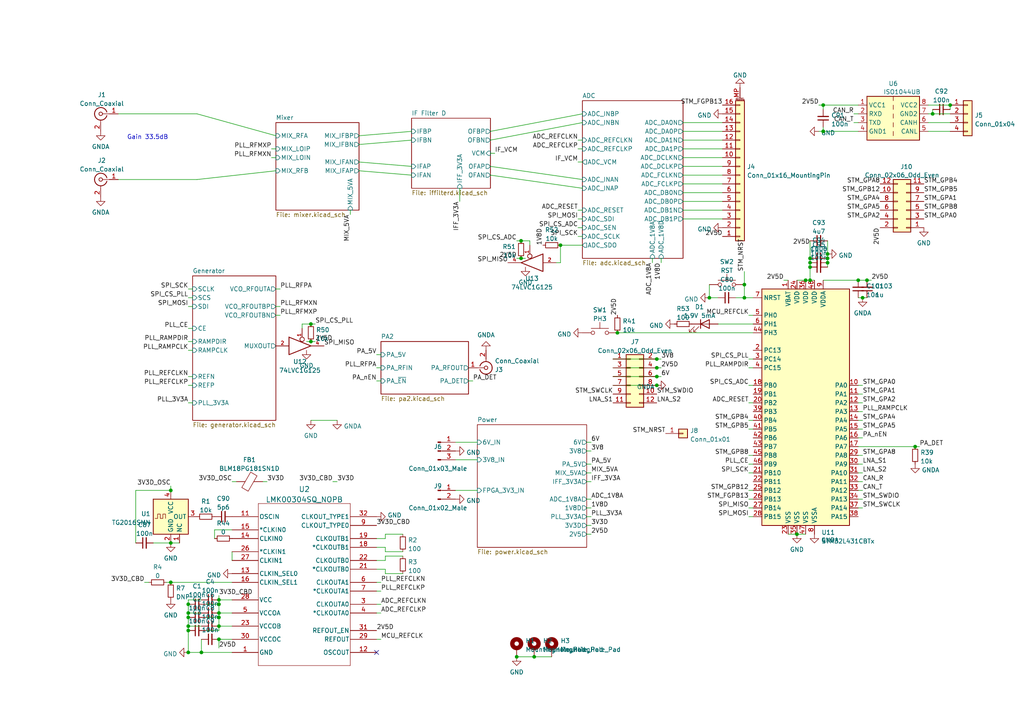
<source format=kicad_sch>
(kicad_sch (version 20211123) (generator eeschema)
  (paper "A4")
  (junction (at 234.95 76.2))
  (junction (at 250.19 86.36))
  (junction (at 215.9 86.36))
  (junction (at 190.5 109.22))
  (junction (at 326.39 176.53))
  (junction (at 49.53 142.24))
  (junction (at 54.61 175.26))
  (junction (at 234.95 77.47))
  (junction (at 54.61 189.23))
  (junction (at 265.43 129.54))
  (junction (at 54.61 177.8))
  (junction (at 63.5 185.42))
  (junction (at 251.46 81.28))
  (junction (at 238.76 38.1))
  (junction (at 63.5 177.8))
  (junction (at 49.53 168.91))
  (junction (at 336.55 138.43))
  (junction (at 270.51 33.02))
  (junction (at 248.92 81.28))
  (junction (at 233.68 81.28))
  (junction (at 149.86 190.5))
  (junction (at 234.95 74.93))
  (junction (at 58.42 189.23))
  (junction (at 231.14 154.94))
  (junction (at 344.17 161.29))
  (junction (at 331.47 176.53))
  (junction (at 234.95 81.28))
  (junction (at 162.56 71.12))
  (junction (at 151.13 74.93))
  (junction (at 328.93 176.53))
  (junction (at 63.5 179.07))
  (junction (at 205.74 86.36))
  (junction (at 238.76 30.48))
  (junction (at 63.5 181.61))
  (junction (at 63.5 173.99))
  (junction (at 313.69 163.83))
  (junction (at 321.31 138.43))
  (junction (at 240.03 74.93))
  (junction (at 151.13 69.85))
  (junction (at 326.39 143.51))
  (junction (at 190.5 106.68))
  (junction (at 90.17 99.06))
  (junction (at 54.61 181.61))
  (junction (at 215.9 82.55))
  (junction (at 326.39 130.81))
  (junction (at 49.53 157.48))
  (junction (at 328.93 143.51))
  (junction (at 54.61 182.88))
  (junction (at 179.07 96.52))
  (junction (at 63.5 175.26))
  (junction (at 313.69 161.29))
  (junction (at 240.03 73.66))
  (junction (at 190.5 111.76))
  (junction (at 240.03 76.2))
  (junction (at 54.61 179.07))
  (junction (at 154.94 190.5))
  (junction (at 275.59 30.48))
  (junction (at 90.17 93.98))
  (junction (at 344.17 163.83))
  (junction (at 328.93 130.81))
  (junction (at 190.5 104.14))
  (no_connect (at 109.22 189.23))
  (wire (pts (xy 90.17 99.06) (xy 88.9 99.06)))
  (wire (pts (xy 39.37 142.24) (xy 49.53 142.24)))
  (wire (pts (xy 59.69 175.26) (xy 63.5 175.26)))
  (wire (pts (xy 167.64 40.64) (xy 168.91 40.64)))
  (wire (pts (xy 237.49 30.48) (xy 238.76 30.48)))
  (wire (pts (xy 111.76 158.75) (xy 111.76 160.02)))
  (wire (pts (xy 153.67 69.85) (xy 153.67 71.12)))
  (wire (pts (xy 58.42 173.99) (xy 54.61 173.99)))
  (wire (pts (xy 91.44 93.98) (xy 90.17 93.98)))
  (wire (pts (xy 54.61 182.88) (xy 54.61 189.23)))
  (wire (pts (xy 321.31 138.43) (xy 321.31 143.51)))
  (wire (pts (xy 177.8 111.76) (xy 190.5 111.76)))
  (wire (pts (xy 191.77 74.93) (xy 191.77 76.2)))
  (wire (pts (xy 132.08 142.24) (xy 138.43 142.24)))
  (wire (pts (xy 111.76 165.1) (xy 111.76 166.37)))
  (wire (pts (xy 167.64 43.18) (xy 168.91 43.18)))
  (wire (pts (xy 248.92 119.38) (xy 250.19 119.38)))
  (wire (pts (xy 250.19 86.36) (xy 251.46 86.36)))
  (wire (pts (xy 109.22 165.1) (xy 111.76 165.1)))
  (wire (pts (xy 167.64 66.04) (xy 168.91 66.04)))
  (wire (pts (xy 313.69 158.75) (xy 313.69 161.29)))
  (wire (pts (xy 54.61 116.84) (xy 55.88 116.84)))
  (wire (pts (xy 133.35 54.61) (xy 133.35 58.42)))
  (wire (pts (xy 248.92 86.36) (xy 250.19 86.36)))
  (wire (pts (xy 248.92 134.62) (xy 250.19 134.62)))
  (wire (pts (xy 111.76 161.29) (xy 116.84 161.29)))
  (wire (pts (xy 248.92 121.92) (xy 250.19 121.92)))
  (wire (pts (xy 49.53 168.91) (xy 67.31 168.91)))
  (wire (pts (xy 248.92 114.3) (xy 250.19 114.3)))
  (wire (pts (xy 78.74 43.18) (xy 80.01 43.18)))
  (wire (pts (xy 205.74 82.55) (xy 205.74 86.36)))
  (wire (pts (xy 238.76 30.48) (xy 238.76 31.75)))
  (wire (pts (xy 233.68 81.28) (xy 234.95 81.28)))
  (wire (pts (xy 234.95 77.47) (xy 234.95 76.2)))
  (wire (pts (xy 248.92 147.32) (xy 250.19 147.32)))
  (wire (pts (xy 321.31 130.81) (xy 321.31 138.43)))
  (wire (pts (xy 209.55 53.34) (xy 198.12 53.34)))
  (wire (pts (xy 179.07 96.52) (xy 218.44 96.52)))
  (wire (pts (xy 190.5 104.14) (xy 191.77 104.14)))
  (wire (pts (xy 231.14 154.94) (xy 233.68 154.94)))
  (wire (pts (xy 250.19 111.76) (xy 248.92 111.76)))
  (wire (pts (xy 328.93 143.51) (xy 326.39 143.51)))
  (wire (pts (xy 109.22 106.68) (xy 110.49 106.68)))
  (wire (pts (xy 167.64 60.96) (xy 168.91 60.96)))
  (wire (pts (xy 217.17 106.68) (xy 218.44 106.68)))
  (wire (pts (xy 67.31 160.02) (xy 67.31 162.56)))
  (wire (pts (xy 58.42 189.23) (xy 67.31 189.23)))
  (wire (pts (xy 247.65 35.56) (xy 248.92 35.56)))
  (wire (pts (xy 209.55 50.8) (xy 198.12 50.8)))
  (wire (pts (xy 231.14 81.28) (xy 233.68 81.28)))
  (wire (pts (xy 217.17 149.86) (xy 218.44 149.86)))
  (wire (pts (xy 104.14 49.53) (xy 119.38 50.8)))
  (wire (pts (xy 250.19 132.08) (xy 248.92 132.08)))
  (wire (pts (xy 54.61 179.07) (xy 54.61 181.61)))
  (wire (pts (xy 240.03 76.2) (xy 240.03 77.47)))
  (wire (pts (xy 275.59 35.56) (xy 269.24 35.56)))
  (wire (pts (xy 162.56 71.12) (xy 162.56 76.2)))
  (wire (pts (xy 170.18 149.86) (xy 171.45 149.86)))
  (wire (pts (xy 238.76 38.1) (xy 248.92 38.1)))
  (wire (pts (xy 208.28 86.36) (xy 205.74 86.36)))
  (wire (pts (xy 54.61 181.61) (xy 58.42 181.61)))
  (wire (pts (xy 240.03 73.66) (xy 240.03 74.93)))
  (wire (pts (xy 91.44 99.06) (xy 90.17 99.06)))
  (wire (pts (xy 328.93 177.8) (xy 328.93 176.53)))
  (wire (pts (xy 177.8 106.68) (xy 190.5 106.68)))
  (wire (pts (xy 87.63 93.98) (xy 87.63 95.25)))
  (wire (pts (xy 110.49 175.26) (xy 109.22 175.26)))
  (wire (pts (xy 58.42 185.42) (xy 58.42 189.23)))
  (wire (pts (xy 217.17 147.32) (xy 218.44 147.32)))
  (wire (pts (xy 248.92 124.46) (xy 250.19 124.46)))
  (wire (pts (xy 63.5 179.07) (xy 63.5 177.8)))
  (wire (pts (xy 275.59 30.48) (xy 269.24 30.48)))
  (wire (pts (xy 41.91 168.91) (xy 43.18 168.91)))
  (wire (pts (xy 62.23 153.67) (xy 62.23 156.21)))
  (wire (pts (xy 170.18 130.81) (xy 171.45 130.81)))
  (wire (pts (xy 328.93 176.53) (xy 331.47 176.53)))
  (wire (pts (xy 251.46 81.28) (xy 252.73 81.28)))
  (wire (pts (xy 344.17 161.29) (xy 344.17 163.83)))
  (wire (pts (xy 109.22 158.75) (xy 111.76 158.75)))
  (wire (pts (xy 209.55 63.5) (xy 198.12 63.5)))
  (wire (pts (xy 248.92 144.78) (xy 250.19 144.78)))
  (wire (pts (xy 190.5 109.22) (xy 191.77 109.22)))
  (wire (pts (xy 57.15 33.02) (xy 80.01 39.37)))
  (wire (pts (xy 270.51 33.02) (xy 269.24 33.02)))
  (wire (pts (xy 170.18 144.78) (xy 171.45 144.78)))
  (wire (pts (xy 217.17 142.24) (xy 218.44 142.24)))
  (wire (pts (xy 109.22 102.87) (xy 110.49 102.87)))
  (wire (pts (xy 104.14 46.99) (xy 119.38 48.26)))
  (wire (pts (xy 67.31 153.67) (xy 62.23 153.67)))
  (wire (pts (xy 111.76 160.02) (xy 116.84 160.02)))
  (wire (pts (xy 248.92 127) (xy 250.19 127)))
  (wire (pts (xy 209.55 40.64) (xy 198.12 40.64)))
  (wire (pts (xy 96.52 139.7) (xy 97.79 139.7)))
  (wire (pts (xy 59.69 179.07) (xy 63.5 179.07)))
  (wire (pts (xy 215.9 82.55) (xy 215.9 78.74)))
  (wire (pts (xy 54.61 177.8) (xy 58.42 177.8)))
  (wire (pts (xy 217.17 124.46) (xy 218.44 124.46)))
  (wire (pts (xy 132.08 133.35) (xy 138.43 133.35)))
  (wire (pts (xy 54.61 109.22) (xy 55.88 109.22)))
  (wire (pts (xy 90.17 121.92) (xy 97.79 121.92)))
  (wire (pts (xy 63.5 172.72) (xy 63.5 173.99)))
  (wire (pts (xy 54.61 175.26) (xy 54.61 177.8)))
  (wire (pts (xy 54.61 101.6) (xy 55.88 101.6)))
  (wire (pts (xy 63.5 185.42) (xy 67.31 185.42)))
  (wire (pts (xy 209.55 48.26) (xy 198.12 48.26)))
  (wire (pts (xy 275.59 38.1) (xy 269.24 38.1)))
  (wire (pts (xy 67.31 139.7) (xy 68.58 139.7)))
  (wire (pts (xy 326.39 130.81) (xy 321.31 130.81)))
  (wire (pts (xy 34.29 33.02) (xy 57.15 33.02)))
  (wire (pts (xy 270.51 31.75) (xy 270.51 33.02)))
  (wire (pts (xy 101.6 60.96) (xy 101.6 62.23)))
  (wire (pts (xy 80.01 83.82) (xy 81.28 83.82)))
  (wire (pts (xy 167.64 63.5) (xy 168.91 63.5)))
  (wire (pts (xy 110.49 185.42) (xy 109.22 185.42)))
  (wire (pts (xy 234.95 81.28) (xy 236.22 81.28)))
  (wire (pts (xy 49.53 140.97) (xy 49.53 142.24)))
  (wire (pts (xy 170.18 147.32) (xy 171.45 147.32)))
  (wire (pts (xy 49.53 157.48) (xy 52.07 157.48)))
  (wire (pts (xy 328.93 130.81) (xy 336.55 130.81)))
  (wire (pts (xy 49.53 168.91) (xy 48.26 168.91)))
  (wire (pts (xy 63.5 187.96) (xy 63.5 185.42)))
  (wire (pts (xy 149.86 69.85) (xy 151.13 69.85)))
  (wire (pts (xy 208.28 93.98) (xy 218.44 93.98)))
  (wire (pts (xy 238.76 81.28) (xy 248.92 81.28)))
  (wire (pts (xy 57.15 52.07) (xy 80.01 49.53)))
  (wire (pts (xy 132.08 128.27) (xy 138.43 128.27)))
  (wire (pts (xy 238.76 36.83) (xy 238.76 38.1)))
  (wire (pts (xy 39.37 157.48) (xy 39.37 142.24)))
  (wire (pts (xy 170.18 152.4) (xy 171.45 152.4)))
  (wire (pts (xy 54.61 83.82) (xy 55.88 83.82)))
  (wire (pts (xy 142.24 38.1) (xy 168.91 33.02)))
  (wire (pts (xy 109.22 156.21) (xy 111.76 156.21)))
  (wire (pts (xy 78.74 45.72) (xy 80.01 45.72)))
  (wire (pts (xy 67.31 177.8) (xy 63.5 177.8)))
  (wire (pts (xy 217.17 132.08) (xy 218.44 132.08)))
  (wire (pts (xy 44.45 157.48) (xy 49.53 157.48)))
  (wire (pts (xy 104.14 39.37) (xy 119.38 38.1)))
  (wire (pts (xy 240.03 69.85) (xy 240.03 73.66)))
  (wire (pts (xy 54.61 173.99) (xy 54.61 175.26)))
  (wire (pts (xy 54.61 181.61) (xy 54.61 182.88)))
  (wire (pts (xy 142.24 40.64) (xy 168.91 35.56)))
  (wire (pts (xy 248.92 142.24) (xy 250.19 142.24)))
  (wire (pts (xy 142.24 48.26) (xy 168.91 52.07)))
  (wire (pts (xy 190.5 106.68) (xy 191.77 106.68)))
  (wire (pts (xy 54.61 95.25) (xy 55.88 95.25)))
  (wire (pts (xy 217.17 116.84) (xy 218.44 116.84)))
  (wire (pts (xy 177.8 104.14) (xy 190.5 104.14)))
  (wire (pts (xy 63.5 173.99) (xy 67.31 173.99)))
  (wire (pts (xy 209.55 45.72) (xy 198.12 45.72)))
  (wire (pts (xy 168.91 71.12) (xy 162.56 71.12)))
  (wire (pts (xy 109.22 110.49) (xy 110.49 110.49)))
  (wire (pts (xy 54.61 86.36) (xy 55.88 86.36)))
  (wire (pts (xy 344.17 163.83) (xy 344.17 176.53)))
  (wire (pts (xy 149.86 190.5) (xy 154.94 190.5)))
  (wire (pts (xy 54.61 99.06) (xy 55.88 99.06)))
  (wire (pts (xy 217.17 91.44) (xy 218.44 91.44)))
  (wire (pts (xy 63.5 177.8) (xy 63.5 175.26)))
  (wire (pts (xy 104.14 41.91) (xy 119.38 40.64)))
  (wire (pts (xy 234.95 81.28) (xy 234.95 77.47)))
  (wire (pts (xy 234.95 76.2) (xy 234.95 74.93)))
  (wire (pts (xy 209.55 60.96) (xy 198.12 60.96)))
  (wire (pts (xy 275.59 33.02) (xy 270.51 33.02)))
  (wire (pts (xy 110.49 168.91) (xy 109.22 168.91)))
  (wire (pts (xy 154.94 190.5) (xy 160.02 190.5)))
  (wire (pts (xy 80.01 91.44) (xy 81.28 91.44)))
  (wire (pts (xy 67.31 181.61) (xy 63.5 181.61)))
  (wire (pts (xy 247.65 33.02) (xy 248.92 33.02)))
  (wire (pts (xy 240.03 74.93) (xy 240.03 76.2)))
  (wire (pts (xy 215.9 86.36) (xy 218.44 86.36)))
  (wire (pts (xy 189.23 74.93) (xy 189.23 76.2)))
  (wire (pts (xy 326.39 176.53) (xy 328.93 176.53)))
  (wire (pts (xy 313.69 163.83) (xy 313.69 176.53)))
  (wire (pts (xy 218.44 134.62) (xy 217.17 134.62)))
  (wire (pts (xy 213.36 86.36) (xy 215.9 86.36)))
  (wire (pts (xy 161.29 76.2) (xy 162.56 76.2)))
  (wire (pts (xy 54.61 88.9) (xy 55.88 88.9)))
  (wire (pts (xy 336.55 138.43) (xy 336.55 143.51)))
  (wire (pts (xy 321.31 143.51) (xy 326.39 143.51)))
  (wire (pts (xy 218.44 104.14) (xy 217.17 104.14)))
  (wire (pts (xy 80.01 88.9) (xy 81.28 88.9)))
  (wire (pts (xy 111.76 154.94) (xy 116.84 154.94)))
  (wire (pts (xy 142.24 50.8) (xy 168.91 54.61)))
  (wire (pts (xy 326.39 130.81) (xy 328.93 130.81)))
  (wire (pts (xy 54.61 177.8) (xy 54.61 179.07)))
  (wire (pts (xy 209.55 35.56) (xy 198.12 35.56)))
  (wire (pts (xy 209.55 58.42) (xy 198.12 58.42)))
  (wire (pts (xy 111.76 162.56) (xy 111.76 161.29)))
  (wire (pts (xy 142.24 44.45) (xy 143.51 44.45)))
  (wire (pts (xy 170.18 134.62) (xy 171.45 134.62)))
  (wire (pts (xy 111.76 156.21) (xy 111.76 154.94)))
  (wire (pts (xy 265.43 129.54) (xy 248.92 129.54)))
  (wire (pts (xy 266.7 129.54) (xy 265.43 129.54)))
  (wire (pts (xy 109.22 162.56) (xy 111.76 162.56)))
  (wire (pts (xy 111.76 166.37) (xy 116.84 166.37)))
  (wire (pts (xy 248.92 81.28) (xy 251.46 81.28)))
  (wire (pts (xy 209.55 43.18) (xy 198.12 43.18)))
  (wire (pts (xy 237.49 38.1) (xy 238.76 38.1)))
  (wire (pts (xy 313.69 161.29) (xy 313.69 163.83)))
  (wire (pts (xy 151.13 69.85) (xy 153.67 69.85)))
  (wire (pts (xy 110.49 171.45) (xy 109.22 171.45)))
  (wire (pts (xy 248.92 139.7) (xy 250.19 139.7)))
  (wire (pts (xy 170.18 128.27) (xy 171.45 128.27)))
  (wire (pts (xy 313.69 176.53) (xy 326.39 176.53)))
  (wire (pts (xy 110.49 177.8) (xy 109.22 177.8)))
  (wire (pts (xy 90.17 93.98) (xy 87.63 93.98)))
  (wire (pts (xy 170.18 154.94) (xy 171.45 154.94)))
  (wire (pts (xy 228.6 154.94) (xy 231.14 154.94)))
  (wire (pts (xy 151.13 74.93) (xy 152.4 74.93)))
  (wire (pts (xy 215.9 86.36) (xy 215.9 82.55)))
  (wire (pts (xy 149.86 74.93) (xy 151.13 74.93)))
  (wire (pts (xy 218.44 111.76) (xy 217.17 111.76)))
  (wire (pts (xy 63.5 181.61) (xy 63.5 179.07)))
  (wire (pts (xy 167.64 46.99) (xy 168.91 46.99)))
  (wire (pts (xy 34.29 52.07) (xy 57.15 52.07)))
  (wire (pts (xy 217.17 121.92) (xy 218.44 121.92)))
  (wire (pts (xy 170.18 139.7) (xy 171.45 139.7)))
  (wire (pts (xy 77.47 139.7) (xy 76.2 139.7)))
  (wire (pts (xy 227.33 81.28) (xy 228.6 81.28)))
  (wire (pts (xy 217.17 144.78) (xy 218.44 144.78)))
  (wire (pts (xy 209.55 55.88) (xy 198.12 55.88)))
  (wire (pts (xy 217.17 137.16) (xy 218.44 137.16)))
  (wire (pts (xy 170.18 137.16) (xy 171.45 137.16)))
  (wire (pts (xy 248.92 137.16) (xy 250.19 137.16)))
  (wire (pts (xy 63.5 182.88) (xy 63.5 181.61)))
  (wire (pts (xy 336.55 130.81) (xy 336.55 138.43)))
  (wire (pts (xy 275.59 30.48) (xy 275.59 31.75)))
  (wire (pts (xy 54.61 189.23) (xy 58.42 189.23)))
  (wire (pts (xy 250.19 116.84) (xy 248.92 116.84)))
  (wire (pts (xy 177.8 109.22) (xy 190.5 109.22)))
  (wire (pts (xy 135.89 110.49) (xy 137.16 110.49)))
  (wire (pts (xy 336.55 143.51) (xy 328.93 143.51)))
  (wire (pts (xy 54.61 111.76) (xy 55.88 111.76)))
  (wire (pts (xy 63.5 175.26) (xy 63.5 173.99)))
  (wire (pts (xy 331.47 176.53) (xy 344.17 176.53)))
  (wire (pts (xy 234.95 69.85) (xy 234.95 74.93)))
  (wire (pts (xy 209.55 38.1) (xy 198.12 38.1)))
  (wire (pts (xy 59.69 182.88) (xy 63.5 182.88)))
  (wire (pts (xy 167.64 68.58) (xy 168.91 68.58)))
  (wire (pts (xy 238.76 30.48) (xy 248.92 30.48)))
  (wire (pts (xy 344.17 158.75) (xy 344.17 161.29)))
  (text "Gain 33.5dB" (at 36.83 40.64 0) (effects (font (size 1.27 1.27)) (justify left bottom)))
  (label "STM_GPA8" (at 250.19 132.08 0))
  (label "MIX_5VA" (at 171.45 137.16 0))
  (label "PLL_RAMPCLK" (at 250.19 119.38 0))
  (label "SPI_MOSI" (at 217.17 149.86 180))
  (label "3V8" (at 191.77 104.14 0))
  (label "1V8D" (at 191.77 76.2 270))
  (label "CAN_T" (at 250.19 142.24 0))
  (label "PLL_RAMPDIR" (at 217.17 106.68 180))
  (label "1V8D" (at 171.45 147.32 0))
  (label "ADC_1V8A" (at 189.23 76.2 270))
  (label "3V3D_CBD" (at 63.5 172.72 0))
  (label "PLL_CE" (at 217.17 134.62 180))
  (label "PLL_REFCLKN" (at 54.61 109.22 180))
  (label "STM_GPA1" (at 267.97 58.42 0))
  (label "SPI_SCK" (at 167.64 68.58 180))
  (label "PLL_RFPA" (at 81.28 83.82 0))
  (label "2V5D" (at 255.27 66.04 270))
  (label "STM_GPA0" (at 267.97 63.5 0))
  (label "ADC_1V8A" (at 171.45 144.78 0))
  (label "3V3D_OSC" (at 67.31 139.7 180))
  (label "STM_GPA2" (at 250.19 116.84 0))
  (label "3V3D" (at 171.45 152.4 0))
  (label "MCU_REFCLK" (at 217.17 91.44 180))
  (label "STM_SWDIO" (at 250.19 144.78 0))
  (label "ADC_REFCLKP" (at 167.64 43.18 180))
  (label "SPI_MISO" (at 93.98 100.33 0))
  (label "PLL_RFMXP" (at 81.28 91.44 0))
  (label "3V3D" (at 97.79 139.7 0))
  (label "PLL_RFMXN" (at 78.74 45.72 180))
  (label "PLL_REFCLKP" (at 54.61 111.76 180))
  (label "2V5D" (at 252.73 81.28 0))
  (label "STM_NRST" (at 215.9 78.74 90))
  (label "3V3D_CBD" (at 96.52 139.7 180))
  (label "STM_GPB12" (at 255.27 55.88 180))
  (label "SPI_MISO" (at 217.17 147.32 180))
  (label "SPI_CS_ADC" (at 149.86 69.85 180))
  (label "STM_GPA1" (at 250.19 114.3 0))
  (label "PLL_CE" (at 54.61 95.25 180))
  (label "SPI_MOSI" (at 167.64 63.5 180))
  (label "STM_GPB5" (at 217.17 124.46 180))
  (label "2V5D" (at 149.86 74.93 180))
  (label "PLL_RFMXN" (at 81.28 88.9 0))
  (label "LNA_S2" (at 190.5 116.84 0))
  (label "ADC_REFCLKN" (at 110.49 175.26 0))
  (label "6V" (at 191.77 109.22 0))
  (label "SPI_CS_PLL" (at 217.17 104.14 180))
  (label "2V5D" (at 91.44 99.06 0))
  (label "2V5D" (at 171.45 154.94 0))
  (label "ADC_REFCLKN" (at 167.64 40.64 180))
  (label "PA_5V" (at 109.22 102.87 180))
  (label "STM_GPB8" (at 267.97 60.96 0))
  (label "STM_GPB8" (at 217.17 132.08 180))
  (label "STM_GPA5" (at 255.27 60.96 180))
  (label "STM_GPA4" (at 250.19 121.92 0))
  (label "PLL_3V3A" (at 54.61 116.84 180))
  (label "STM_GPB4" (at 217.17 121.92 180))
  (label "STM_GPB12" (at 217.17 142.24 180))
  (label "STM_GPB4" (at 267.97 53.34 0))
  (label "STM_SWCLK" (at 250.19 147.32 0))
  (label "STM_GPB5" (at 267.97 55.88 0))
  (label "SPI_CS_ADC" (at 167.64 66.04 180))
  (label "3V3D" (at 77.47 139.7 0))
  (label "SPI_MISO" (at 147.32 76.2 180))
  (label "PLL_RFMXP" (at 78.74 43.18 180))
  (label "3V3D_OSC" (at 49.53 140.97 180))
  (label "STM_GPA8" (at 255.27 53.34 180))
  (label "LNA_S1" (at 250.19 134.62 0))
  (label "2V5D" (at 109.22 182.88 0))
  (label "STM_GPA0" (at 250.19 111.76 0))
  (label "ADC_RESET" (at 217.17 116.84 180))
  (label "SPI_MOSI" (at 54.61 88.9 180))
  (label "MCU_REFCLK" (at 110.49 185.42 0))
  (label "STM_GPA4" (at 255.27 58.42 180))
  (label "ADC_REFCLKP" (at 110.49 177.8 0))
  (label "PA_nEN" (at 250.19 127 0))
  (label "PA_nEN" (at 109.22 110.49 180))
  (label "PA_DET" (at 137.16 110.49 0))
  (label "SPI_CS_PLL" (at 91.44 93.98 0))
  (label "2V5D" (at 227.33 81.28 180))
  (label "LNA_S2" (at 250.19 137.16 0))
  (label "STM_GPA2" (at 255.27 63.5 180))
  (label "CAN_R" (at 247.65 33.02 180))
  (label "SPI_CS_ADC" (at 217.17 111.76 180))
  (label "STM_GPA5" (at 250.19 124.46 0))
  (label "CAN_T" (at 247.65 35.56 180))
  (label "PA_5V" (at 171.45 134.62 0))
  (label "IF_VCM" (at 167.64 46.99 180))
  (label "IFF_3V3A" (at 133.35 58.42 270))
  (label "IF_VCM" (at 143.51 44.45 0))
  (label "2V5D" (at 237.49 30.48 180))
  (label "STM_SWCLK" (at 177.8 114.3 180))
  (label "SPI_CS_PLL" (at 54.61 86.36 180))
  (label "2V5D" (at 234.95 71.12 180))
  (label "STM_FGPB13" (at 209.55 30.48 180))
  (label "LNA_S1" (at 177.8 116.84 180))
  (label "2V5D" (at 209.55 68.58 180))
  (label "CAN_R" (at 250.19 139.7 0))
  (label "PLL_RFPA" (at 109.22 106.68 180))
  (label "IFF_3V3A" (at 171.45 139.7 0))
  (label "PLL_3V3A" (at 171.45 149.86 0))
  (label "STM_FGPB13" (at 217.17 144.78 180))
  (label "PLL_REFCLKN" (at 110.49 168.91 0))
  (label "ADC_RESET" (at 167.64 60.96 180))
  (label "2V5D" (at 191.77 106.68 0))
  (label "MIX_5VA" (at 101.6 62.23 270))
  (label "6V" (at 171.45 128.27 0))
  (label "1V8D" (at 157.48 71.12 90))
  (label "3V8" (at 171.45 130.81 0))
  (label "STM_SWDIO" (at 190.5 114.3 0))
  (label "PLL_RAMPDIR" (at 54.61 99.06 180))
  (label "STM_NRST" (at 193.04 125.73 180))
  (label "3V3D_CBD" (at 109.22 152.4 0))
  (label "SPI_SCK" (at 54.61 83.82 180))
  (label "3V3D_CBD" (at 41.91 168.91 180))
  (label "2V5D" (at 63.5 187.96 0))
  (label "PA_DET" (at 266.7 129.54 0))
  (label "2V5D" (at 179.07 91.44 90))
  (label "PLL_REFCLKP" (at 110.49 171.45 0))
  (label "PLL_RAMPCLK" (at 54.61 101.6 180))
  (label "SPI_SCK" (at 217.17 137.16 180))
  (symbol (lib_id "Mechanical:MountingHole_Pad") (at 149.86 187.96 0) (unit 1)
    (property "Reference" "H1" (at 152.4 185.8553 0) (effects (justify left)))
    (property "Value" "MountingHole_Pad" (at 152.4 188.3922 0) (effects (justify left)))
    (property "Footprint" "MountingHole:MountingHole_2.2mm_M2_ISO14580_Pad_TopBottom" (effects hide))
  )
  (symbol (lib_id "Device:C_Small") (at 64.77 149.86 90) (unit 1)
    (property "Reference" "C90" (at 64.7763 144.5981 90))
    (property "Value" "5p6" (at 64.7763 147.135 90))
    (property "Footprint" "Capacitor_SMD:C_0402_1005Metric" (effects hide))
  )
  (symbol (lib_id "Device:R_Small") (at 179.07 93.98 180) (unit 1)
    (property "Reference" "R41" (at 180.5686 93.1453 0) (effects (justify right)))
    (property "Value" "10k" (at 180.5686 95.6822 0) (effects (justify right)))
    (property "Footprint" "Resistor_SMD:R_0402_1005Metric" (effects hide))
  )
  (symbol (lib_id "power:GND") (at 132.08 144.78 90) (unit 1)
    (property "Reference" "#PWR0188" (effects hide))
    (property "Value" "GND" (at 135.255 145.2138 90) (effects (justify right)))
  )
  (symbol (lib_id "Device:LED") (at 204.47 93.98 0) (unit 1)
    (property "Reference" "D1" (at 202.8825 89.0102 0))
    (property "Value" "1.9V 5mA" (at 202.8825 91.5471 0))
    (property "Footprint" "LED_SMD:LED_0402_1005Metric" (effects hide))
  )
  (symbol (lib_id "power:GND") (at 209.55 33.02 270) (unit 1)
    (property "Reference" "#PWR0107" (effects hide))
    (property "Value" "GND" (at 206.3751 33.4538 90) (effects (justify right)))
  )
  (symbol (lib_id "74xGxx:74LVC1G125") (at 87.63 100.33 0) (unit 1)
    (property "Reference" "U12" (at 86.995 104.9004 0))
    (property "Value" "74LVC1G125" (at 86.995 107.4373 0))
    (property "Footprint" "Package_TO_SOT_SMD:SOT-353_SC-70-5" (effects hide))
    (property "Datasheet" "http://www.ti.com/lit/sg/scyt129e/scyt129e.pdf" (effects hide))
  )
  (symbol (lib_id "power:GNDA") (at 265.43 134.62 0) (unit 1)
    (property "Reference" "#PWR0183" (effects hide))
    (property "Value" "GNDA" (at 267.335 136.3238 0) (effects (justify left)))
  )
  (symbol (lib_id "power:GND") (at 49.53 157.48 0) (unit 1)
    (property "Reference" "#PWR0105" (effects hide))
    (property "Value" "GND" (at 49.53 161.9234 0))
  )
  (symbol (lib_id "power:GNDA") (at 140.97 101.6 0) (mirror x) (unit 1)
    (property "Reference" "#PWR0109" (effects hide))
    (property "Value" "GNDA" (at 140.97 97.1566 0))
  )
  (symbol (lib_id "Connector:Conn_01x03_Male") (at 127 130.81 0) (unit 1)
    (property "Reference" "J6" (at 127 129.54 0))
    (property "Value" "Conn_01x03_Male" (at 127 135.89 0))
    (property "Footprint" "Connector_PinHeader_2.54mm:PinHeader_1x03_P2.54mm_Vertical" (effects hide))
  )
  (symbol (lib_id "power:GNDA") (at 236.22 154.94 0) (unit 1)
    (property "Reference" "#PWR0113" (effects hide))
    (property "Value" "GNDA" (at 238.125 156.6438 0) (effects (justify left)))
  )
  (symbol (lib_id "Connector_Generic_MountingPin:Conn_01x16_MountingPin") (at 214.63 50.8 0) (mirror x) (unit 1)
    (property "Reference" "J4" (at 216.662 48.3397 0) (effects (justify left)))
    (property "Value" "Conn_01x16_MountingPin" (at 216.662 50.8766 0) (effects (justify left)))
    (property "Footprint" "Connector_FFC-FPC:TE_1-1734839-6_1x16-1MP_P0.5mm_Horizontal" (effects hide))
  )
  (symbol (lib_id "power:GND") (at 328.93 143.51 0) (unit 1)
    (property "Reference" "#PWR0145" (effects hide))
    (property "Value" "GND" (at 328.93 147.9534 0))
  )
  (symbol (lib_id "power:GNDA") (at 29.21 38.1 0) (unit 1)
    (property "Reference" "#PWR0102" (effects hide))
    (property "Value" "GNDA" (at 29.21 42.5434 0))
  )
  (symbol (lib_id "power:GND") (at 214.63 25.4 180) (unit 1)
    (property "Reference" "#PWR0115" (effects hide))
    (property "Value" "GND" (at 214.63 21.8242 0))
  )
  (symbol (lib_id "power:GND") (at 49.53 173.99 0) (unit 1)
    (property "Reference" "#PWR0149" (effects hide))
    (property "Value" "GND" (at 49.53 178.4334 0))
  )
  (symbol (lib_id "Device:R_Small") (at 45.72 168.91 90) (unit 1)
    (property "Reference" "R4" (at 45.72 164.4736 90))
    (property "Value" "0" (at 45.72 167.0105 90))
    (property "Footprint" "Resistor_SMD:R_0402_1005Metric" (effects hide))
  )
  (symbol (lib_id "power:GNDA") (at 97.79 121.92 0) (unit 1)
    (property "Reference" "#PWR0155" (effects hide))
    (property "Value" "GNDA" (at 99.695 123.6238 0) (effects (justify left)))
  )
  (symbol (lib_id "Device:C_Small") (at 41.91 157.48 90) (unit 1)
    (property "Reference" "C87" (at 41.9163 152.2181 90))
    (property "Value" "100n" (at 41.9163 154.755 90))
    (property "Footprint" "Capacitor_SMD:C_0402_1005Metric" (effects hide))
  )
  (symbol (lib_id "Device:C_Small") (at 237.49 77.47 90) (unit 1)
    (property "Reference" "C100" (at 237.4963 72.2081 90))
    (property "Value" "100n" (at 237.4963 74.745 90))
    (property "Footprint" "Capacitor_SMD:C_0402_1005Metric" (effects hide))
  )
  (symbol (lib_id "power:GND") (at 205.74 86.36 270) (unit 1)
    (property "Reference" "#PWR0187" (effects hide))
    (property "Value" "GND" (at 202.5651 86.7938 90) (effects (justify right)))
  )
  (symbol (lib_id "Device:C_Small") (at 57.15 179.07 90) (unit 1)
    (property "Reference" "C2" (at 57.1563 173.8081 90))
    (property "Value" "100n" (at 57.1563 176.345 90))
    (property "Footprint" "Capacitor_SMD:C_0402_1005Metric" (effects hide))
  )
  (symbol (lib_id "power:GND") (at 209.55 66.04 270) (unit 1)
    (property "Reference" "#PWR0128" (effects hide))
    (property "Value" "GND" (at 206.3751 66.4738 90) (effects (justify right)))
  )
  (symbol (lib_id "Device:R_Small") (at 265.43 132.08 0) (unit 1)
    (property "Reference" "R39" (at 266.9286 131.2453 0) (effects (justify left)))
    (property "Value" "10k" (at 266.9286 133.7822 0) (effects (justify left)))
    (property "Footprint" "Resistor_SMD:R_0402_1005Metric" (effects hide))
  )
  (symbol (lib_id "Device:C_Small") (at 60.96 177.8 90) (unit 1)
    (property "Reference" "C6" (at 60.9663 172.5381 90))
    (property "Value" "100n" (at 60.9663 175.075 90))
    (property "Footprint" "Capacitor_SMD:C_0402_1005Metric" (effects hide))
  )
  (symbol (lib_id "power:GND") (at 195.58 93.98 270) (unit 1)
    (property "Reference" "#PWR0180" (effects hide))
    (property "Value" "GND" (at 192.4051 94.4138 90) (effects (justify right)))
  )
  (symbol (lib_id "Device:C_Small") (at 237.49 76.2 90) (unit 1)
    (property "Reference" "C95" (at 237.4963 70.9381 90))
    (property "Value" "100n" (at 237.4963 73.475 90))
    (property "Footprint" "Capacitor_SMD:C_0402_1005Metric" (effects hide))
  )
  (symbol (lib_id "Connector_Generic:Conn_02x06_Odd_Even") (at 262.89 60.96 180) (unit 1)
    (property "Reference" "J10" (at 262.89 48.3702 0))
    (property "Value" "Conn_02x06_Odd_Even" (at 261.62 50.8 0))
    (property "Footprint" "Connector_PinHeader_1.00mm:PinHeader_2x06_P1.00mm_Vertical_SMD" (effects hide))
  )
  (symbol (lib_id "Device:C_Small") (at 273.05 31.75 270) (unit 1)
    (property "Reference" "C92" (at 273.0436 26.4881 90))
    (property "Value" "100n" (at 273.0436 29.025 90))
    (property "Footprint" "Capacitor_SMD:C_0402_1005Metric" (effects hide))
  )
  (symbol (lib_id "Connector:Conn_Coaxial") (at 140.97 106.68 0) (mirror x) (unit 1)
    (property "Reference" "J3" (at 143.51 107.2215 0) (effects (justify left)))
    (property "Value" "Conn_Coaxial" (at 143.51 104.6846 0) (effects (justify left)))
    (property "Footprint" "Connector_Coaxial:SMA_Amphenol_901-144_Vertical" (effects hide))
    (property "Datasheet" " ~" (effects hide))
  )
  (symbol (lib_id "Device:R_Small") (at 116.84 157.48 180) (unit 1)
    (property "Reference" "R2" (at 118.3386 156.6453 0) (effects (justify right)))
    (property "Value" "100" (at 118.3386 159.1822 0) (effects (justify right)))
    (property "Footprint" "Resistor_SMD:R_0402_1005Metric" (effects hide))
  )
  (symbol (lib_id "Device:R_Small") (at 59.69 149.86 90) (unit 1)
    (property "Reference" "R1" (at 59.69 145.4236 90))
    (property "Value" "10k" (at 59.69 147.9605 90))
    (property "Footprint" "Resistor_SMD:R_0402_1005Metric" (effects hide))
  )
  (symbol (lib_id "Device:R_Small") (at 64.77 156.21 90) (unit 1)
    (property "Reference" "R44" (at 64.77 151.7736 90))
    (property "Value" "0" (at 64.77 154.3105 90))
    (property "Footprint" "Resistor_SMD:R_0402_1005Metric" (effects hide))
  )
  (symbol (lib_id "SKY67189-396LF:SKY67189-396LF") (at 313.69 158.75 0) (unit 1)
    (property "Reference" "IC1" (at 328.93 152.561 0))
    (property "Value" "SKY67189-396LF" (at 328.93 155.0979 0))
    (property "Footprint" "Package_SON:WSON-8-1EP_2x2mm_P0.5mm_EP0.9x1.6mm" (effects hide))
    (property "Description" "RF Amplifier" (effects hide))
    (property "Height" "0.8" (effects hide))
    (property "Mouser Part Number" "873-SKY67189-396LF" (effects hide))
    (property "Mouser Price/Stock" "https://www.mouser.co.uk/ProductDetail/Skyworks-Solutions-Inc/SKY67189-396LF?qs=vmHwEFxEFR%252BwpGQU584Y7g%3D%3D" (effects hide))
    (property "Manufacturer_Name" "Skyworks" (effects hide))
    (property "Manufacturer_Part_Number" "SKY67189-396LF" (effects hide))
  )
  (symbol (lib_id "74xGxx:74LVC1G125") (at 153.67 76.2 0) (mirror y) (unit 1)
    (property "Reference" "U13" (at 154.305 80.7704 0))
    (property "Value" "74LVC1G125" (at 154.305 83.3073 0))
    (property "Footprint" "Package_TO_SOT_SMD:SOT-353_SC-70-5" (effects hide))
    (property "Datasheet" "http://www.ti.com/lit/sg/scyt129e/scyt129e.pdf" (effects hide))
  )
  (symbol (lib_id "Device:C_Small") (at 238.76 34.29 180) (unit 1)
    (property "Reference" "C91" (at 241.0841 33.4489 0) (effects (justify right)))
    (property "Value" "100n" (at 241.0841 35.9858 0) (effects (justify right)))
    (property "Footprint" "Capacitor_SMD:C_0402_1005Metric" (effects hide))
  )
  (symbol (lib_id "Device:C_Small") (at 57.15 182.88 90) (unit 1)
    (property "Reference" "C3" (at 57.1563 177.6181 90))
    (property "Value" "100n" (at 57.1563 180.155 90))
    (property "Footprint" "Capacitor_SMD:C_0402_1005Metric" (effects hide))
  )
  (symbol (lib_id "power:GND") (at 152.4 77.47 0) (mirror y) (unit 1)
    (property "Reference" "#PWR0186" (effects hide))
    (property "Value" "GND" (at 152.4 81.9134 0))
  )
  (symbol (lib_id "Device:C_Small") (at 60.96 181.61 90) (unit 1)
    (property "Reference" "C8" (at 60.9663 176.3481 90))
    (property "Value" "100n" (at 60.9663 178.885 90))
    (property "Footprint" "Capacitor_SMD:C_0402_1005Metric" (effects hide))
  )
  (symbol (lib_id "Connector_Generic:Conn_01x04") (at 280.67 33.02 0) (unit 1)
    (property "Reference" "J5" (at 282.702 33.4553 0) (effects (justify left)))
    (property "Value" "Conn_01x04" (at 282.702 35.9922 0) (effects (justify left)))
    (property "Footprint" "Connector_PinHeader_1.27mm:PinHeader_1x04_P1.27mm_Vertical" (effects hide))
  )
  (symbol (lib_id "Device:C_Small") (at 60.96 185.42 90) (unit 1)
    (property "Reference" "C9" (at 60.9663 180.1581 90))
    (property "Value" "100n" (at 60.9663 182.695 90))
    (property "Footprint" "Capacitor_SMD:C_0402_1005Metric" (effects hide))
  )
  (symbol (lib_id "power:GND") (at 240.03 73.66 90) (unit 1)
    (property "Reference" "#PWR0173" (effects hide))
    (property "Value" "GND" (at 243.205 74.0938 90) (effects (justify right)))
  )
  (symbol (lib_id "Connector:Conn_Coaxial") (at 29.21 52.07 0) (mirror y) (unit 1)
    (property "Reference" "J2" (at 29.5274 46.5436 0))
    (property "Value" "Conn_Coaxial" (at 29.5274 49.0805 0))
    (property "Footprint" "Connector_Coaxial:SMA_Amphenol_901-144_Vertical" (effects hide))
    (property "Datasheet" " ~" (effects hide))
  )
  (symbol (lib_id "Device:R_Small") (at 116.84 163.83 180) (unit 1)
    (property "Reference" "R3" (at 118.3386 162.9953 0) (effects (justify right)))
    (property "Value" "100" (at 118.3386 165.5322 0) (effects (justify right)))
    (property "Footprint" "Resistor_SMD:R_0402_1005Metric" (effects hide))
  )
  (symbol (lib_id "power:GND") (at 109.22 149.86 90) (mirror x) (unit 1)
    (property "Reference" "#PWR0106" (effects hide))
    (property "Value" "GND" (at 112.395 149.4262 90) (effects (justify right)))
  )
  (symbol (lib_id "power:GND") (at 54.61 189.23 270) (unit 1)
    (property "Reference" "#PWR0104" (effects hide))
    (property "Value" "GND" (at 51.4351 189.6638 90) (effects (justify right)))
  )
  (symbol (lib_id "power:GND") (at 149.86 190.5 0) (unit 1)
    (property "Reference" "#PWR0114" (effects hide))
    (property "Value" "GND" (at 149.86 194.9434 0))
  )
  (symbol (lib_id "Device:C_Small") (at 251.46 83.82 180) (unit 1)
    (property "Reference" "C103" (at 253.7841 82.9789 0) (effects (justify right)))
    (property "Value" "1u" (at 253.7841 85.5158 0) (effects (justify right)))
    (property "Footprint" "Capacitor_SMD:C_0402_1005Metric" (effects hide))
  )
  (symbol (lib_id "Mechanical:MountingHole_Pad") (at 154.94 187.96 0) (unit 1)
    (property "Reference" "H2" (at 157.48 185.8553 0) (effects (justify left)))
    (property "Value" "MountingHole_Pad" (at 157.48 188.3922 0) (effects (justify left)))
    (property "Footprint" "MountingHole:MountingHole_2.2mm_M2_ISO14580_Pad_TopBottom" (effects hide))
  )
  (symbol (lib_id "Device:R_Small") (at 90.17 96.52 180) (unit 1)
    (property "Reference" "R50" (at 91.6686 95.6853 0) (effects (justify right)))
    (property "Value" "10k" (at 91.6686 98.2222 0) (effects (justify right)))
    (property "Footprint" "Resistor_SMD:R_0402_1005Metric" (effects hide))
  )
  (symbol (lib_id "Device:C_Small") (at 57.15 175.26 90) (unit 1)
    (property "Reference" "C1" (at 57.1563 169.9981 90))
    (property "Value" "100n" (at 57.1563 172.535 90))
    (property "Footprint" "Capacitor_SMD:C_0402_1005Metric" (effects hide))
  )
  (symbol (lib_id "power:GND") (at 132.08 130.81 90) (unit 1)
    (property "Reference" "#PWR0117" (effects hide))
    (property "Value" "GND" (at 135.255 131.2438 90) (effects (justify right)))
  )
  (symbol (lib_id "MCU_ST_STM32L4:STM32L431CBTx") (at 233.68 116.84 0) (unit 1)
    (property "Reference" "U11" (at 238.2394 154.4304 0) (effects (justify left)))
    (property "Value" "STM32L431CBTx" (at 238.2394 156.9673 0) (effects (justify left)))
    (property "Footprint" "Package_QFP:LQFP-48_7x7mm_P0.5mm" (effects hide))
    (property "Datasheet" "http://www.st.com/st-web-ui/static/active/en/resource/technical/document/datasheet/DM00257211.pdf" (effects hide))
  )
  (symbol (lib_id "power:GNDA") (at 29.21 57.15 0) (unit 1)
    (property "Reference" "#PWR0103" (effects hide))
    (property "Value" "GNDA" (at 29.21 61.5934 0))
  )
  (symbol (lib_id "power:GND") (at 90.17 121.92 0) (unit 1)
    (property "Reference" "#PWR0153" (effects hide))
    (property "Value" "GND" (at 90.17 126.3634 0))
  )
  (symbol (lib_id "Device:R_Small") (at 198.12 93.98 270) (unit 1)
    (property "Reference" "R53" (at 198.12 89.5436 90))
    (property "Value" "100" (at 198.12 92.0805 90))
    (property "Footprint" "Resistor_SMD:R_0402_1005Metric" (effects hide))
  )
  (symbol (lib_id "LMK00304:LMK00304SQ_NOPB") (at 67.31 149.86 0) (unit 1)
    (property "Reference" "U2" (at 88.265 141.9024 0) (effects (font (size 1.524 1.524))))
    (property "Value" "LMK00304SQ_NOPB" (at 88.265 144.8958 0) (effects (font (size 1.524 1.524))))
    (property "Footprint" "Package_DFN_QFN:WQFN-32-1EP_5x5mm_P0.5mm_EP3.1x3.1mm" (effects hide))
    (property "Datasheet" "LMK00304SQ_NOPB" (effects hide))
  )
  (symbol (lib_id "Connector_Generic:Conn_01x01") (at 198.12 125.73 0) (unit 1)
    (property "Reference" "J8" (at 200.152 124.8953 0) (effects (justify left)))
    (property "Value" "Conn_01x01" (at 200.152 127.4322 0) (effects (justify left)))
    (property "Footprint" "Connector_PinSocket_2.54mm:PinSocket_1x01_P2.54mm_Vertical" (effects hide))
  )
  (symbol (lib_id "power:GND") (at 267.97 66.04 0) (unit 1)
    (property "Reference" "#PWR0189" (effects hide))
    (property "Value" "GND" (at 267.97 70.4834 0))
  )
  (symbol (lib_id "TG2520SMN:TG2520SMN") (at 49.53 149.86 0) (unit 1)
    (property "Reference" "U1" (at 43.6881 149.0253 0) (effects (justify right)))
    (property "Value" "TG2016SMN" (at 43.6881 151.5622 0) (effects (justify right)))
    (property "Footprint" "TG2016SMN:TG2016SMN480000MECGNNM0" (effects hide))
  )
  (symbol (lib_id "power:GND") (at 168.91 96.52 270) (unit 1)
    (property "Reference" "#PWR0184" (effects hide))
    (property "Value" "GND" (at 165.7351 96.9538 90) (effects (justify right)))
  )
  (symbol (lib_id "power:GND") (at 67.31 166.37 270) (unit 1)
    (property "Reference" "#PWR0101" (effects hide))
    (property "Value" "GND" (at 64.1351 166.8038 90) (effects (justify right)))
  )
  (symbol (lib_id "power:GNDA") (at 250.19 86.36 0) (unit 1)
    (property "Reference" "#PWR0174" (effects hide))
    (property "Value" "GNDA" (at 250.19 90.8034 0))
  )
  (symbol (lib_id "power:GND") (at 237.49 38.1 270) (unit 1)
    (property "Reference" "#PWR0110" (effects hide))
    (property "Value" "GND" (at 238.125 38.5338 90) (effects (justify left)))
  )
  (symbol (lib_id "Device:FerriteBead") (at 72.39 139.7 90) (unit 1)
    (property "Reference" "FB1" (at 72.3392 133.3586 90))
    (property "Value" "BLM18PG181SN1D" (at 72.3392 135.8955 90))
    (property "Footprint" "Inductor_SMD:L_0603_1608Metric" (effects hide))
  )
  (symbol (lib_id "Device:C_Small") (at 210.82 86.36 90) (unit 1)
    (property "Reference" "C80" (at 210.8263 81.0981 90))
    (property "Value" "100n" (at 210.8263 83.635 90))
    (property "Footprint" "Capacitor_SMD:C_0402_1005Metric" (effects hide))
  )
  (symbol (lib_id "power:GND") (at 231.14 154.94 0) (unit 1)
    (property "Reference" "#PWR0112" (effects hide))
    (property "Value" "GND" (at 231.14 159.3834 0))
  )
  (symbol (lib_id "Device:C_Small") (at 237.49 74.93 90) (unit 1)
    (property "Reference" "C94" (at 237.4963 69.6681 90))
    (property "Value" "100n" (at 237.4963 72.205 90))
    (property "Footprint" "Capacitor_SMD:C_0402_1005Metric" (effects hide))
  )
  (symbol (lib_id "power:GND") (at 88.9 101.6 0) (unit 1)
    (property "Reference" "#PWR0185" (effects hide))
    (property "Value" "GND" (at 88.9 106.0434 0))
  )
  (symbol (lib_id "Device:C_Small") (at 237.49 69.85 90) (unit 1)
    (property "Reference" "C93" (at 237.4963 64.5881 90))
    (property "Value" "4u7" (at 237.4963 67.125 90))
    (property "Footprint" "Capacitor_SMD:C_0402_1005Metric" (effects hide))
  )
  (symbol (lib_id "power:GNDA") (at 190.5 111.76 90) (mirror x) (unit 1)
    (property "Reference" "#PWR0111" (effects hide))
    (property "Value" "GNDA" (at 189.865 112.1938 90) (effects (justify left)))
  )
  (symbol (lib_id "Connector_Generic:Conn_02x06_Odd_Even") (at 182.88 109.22 0) (unit 1)
    (property "Reference" "J7" (at 184.15 99.1702 0))
    (property "Value" "Conn_02x06_Odd_Even" (at 184.15 101.7071 0))
    (property "Footprint" "Connector_PinSocket_2.54mm:PinSocket_2x06_P2.54mm_Vertical" (effects hide))
  )
  (symbol (lib_id "Device:R_Small") (at 160.02 71.12 90) (unit 1)
    (property "Reference" "R52" (at 160.02 66.6836 90))
    (property "Value" "10k" (at 160.02 69.2205 90))
    (property "Footprint" "Resistor_SMD:R_0402_1005Metric" (effects hide))
  )
  (symbol (lib_id "GRF2101:GRF2101") (at 327.66 138.43 0) (unit 1)
    (property "Reference" "U7" (at 339.0847 134.6033 0))
    (property "Value" "GRF2101" (at 339.0847 137.1402 0))
    (property "Footprint" "GRF2101:DFN-6-1.5x1.5_1EP" (effects hide))
  )
  (symbol (lib_id "Device:C_Small") (at 248.92 83.82 180) (unit 1)
    (property "Reference" "C101" (at 251.2441 82.9789 0) (effects (justify right)))
    (property "Value" "10n" (at 251.2441 85.5158 0) (effects (justify right)))
    (property "Footprint" "Capacitor_SMD:C_0402_1005Metric" (effects hide))
  )
  (symbol (lib_id "Switch:SW_Push") (at 210.82 82.55 0) (unit 1)
    (property "Reference" "SW2" (at 210.82 75.9292 0))
    (property "Value" "RST" (at 210.82 78.4661 0))
    (property "Footprint" "Button_Switch_SMD:SW_SPST_PTS810" (effects hide))
  )
  (symbol (lib_id "power:GND") (at 328.93 177.8 0) (unit 1)
    (property "Reference" "#PWR0162" (effects hide))
    (property "Value" "GND" (at 328.93 182.2434 0))
  )
  (symbol (lib_id "Mechanical:MountingHole_Pad") (at 160.02 187.96 0) (unit 1)
    (property "Reference" "H3" (at 162.56 185.8553 0) (effects (justify left)))
    (property "Value" "MountingHole_Pad" (at 162.56 188.3922 0) (effects (justify left)))
    (property "Footprint" "MountingHole:MountingHole_2.2mm_M2_ISO14580_Pad_TopBottom" (effects hide))
  )
  (symbol (lib_id "Interface_CAN_LIN:ISO1044UB") (at 259.08 33.02 0) (unit 1)
    (property "Reference" "U6" (at 259.08 24.2402 0))
    (property "Value" "ISO1044UB" (at 261.62 26.67 0))
    (property "Footprint" "Package_SO:SOIC-8_3.9x4.9mm_P1.27mm" (effects hide))
    (property "Datasheet" "http://www.ti.com/lit/ds/symlink/iso1050.pdf" (effects hide))
  )
  (symbol (lib_id "Device:R_Small") (at 49.53 171.45 180) (unit 1)
    (property "Reference" "R7" (at 51.0286 170.6153 0) (effects (justify right)))
    (property "Value" "DNP" (at 51.0286 173.1522 0) (effects (justify right)))
    (property "Footprint" "Resistor_SMD:R_0402_1005Metric" (effects hide))
  )
  (symbol (lib_id "Device:R_Small") (at 151.13 72.39 0) (mirror x) (unit 1)
    (property "Reference" "R51" (at 149.6314 71.5553 0) (effects (justify right)))
    (property "Value" "10k" (at 149.6314 74.0922 0) (effects (justify right)))
    (property "Footprint" "Resistor_SMD:R_0402_1005Metric" (effects hide))
  )
  (symbol (lib_id "Connector:Conn_01x02_Male") (at 127 142.24 0) (unit 1)
    (property "Reference" "J9" (at 127 140.97 0))
    (property "Value" "Conn_01x02_Male" (at 127 147.32 0))
    (property "Footprint" "Connector_PinHeader_2.54mm:PinHeader_1x02_P2.54mm_Vertical" (effects hide))
  )
  (symbol (lib_id "Switch:SW_Push") (at 173.99 96.52 0) (unit 1)
    (property "Reference" "SW1" (at 173.99 89.8992 0))
    (property "Value" "PH3" (at 173.99 92.4361 0))
    (property "Footprint" "Button_Switch_SMD:SW_SPST_PTS810" (effects hide))
  )
  (symbol (lib_id "Device:C_Small") (at 60.96 173.99 90) (unit 1)
    (property "Reference" "C4" (at 60.9663 168.7281 90))
    (property "Value" "100n" (at 60.9663 171.265 90))
    (property "Footprint" "Capacitor_SMD:C_0402_1005Metric" (effects hide))
  )
  (symbol (lib_id "Connector:Conn_Coaxial") (at 29.21 33.02 0) (mirror y) (unit 1)
    (property "Reference" "J1" (at 29.5274 27.4936 0))
    (property "Value" "Conn_Coaxial" (at 29.5274 30.0305 0))
    (property "Footprint" "Connector_Coaxial:SMA_Amphenol_901-144_Vertical" (effects hide))
    (property "Datasheet" " ~" (effects hide))
  )
  (sheet (at 168.91 29.21) (size 29.21 45.72) (stroke (width 0.1524))
    (property "Sheet name" "ADC" (at 168.91 28.4984 0) (effects (justify left bottom)))
    (property "Sheet file" "adc.kicad_sch" (at 168.91 75.5146 0) (effects (justify left top)))
    (pin "ADC_INBN" input (at 168.91 35.56 180))
    (pin "ADC_INBP" input (at 168.91 33.02 180))
    (pin "ADC_VCM" output (at 168.91 46.99 180))
    (pin "ADC_RESET" input (at 168.91 60.96 180))
    (pin "ADC_SDI" input (at 168.91 63.5 180))
    (pin "ADC_SEN" input (at 168.91 66.04 180))
    (pin "ADC_SCLK" input (at 168.91 68.58 180))
    (pin "ADC_SDO" output (at 168.91 71.12 180))
    (pin "ADC_INAN" input (at 168.91 52.07 180))
    (pin "ADC_INAP" input (at 168.91 54.61 180))
    (pin "ADC_DCLKN" output (at 198.12 45.72 0))
    (pin "ADC_DA1N" output (at 198.12 40.64 0))
    (pin "ADC_DA0P" output (at 198.12 38.1 0))
    (pin "ADC_DA0N" output (at 198.12 35.56 0))
    (pin "ADC_DA1P" output (at 198.12 43.18 0))
    (pin "ADC_DCLKP" output (at 198.12 48.26 0))
    (pin "ADC_FCLKN" output (at 198.12 50.8 0))
    (pin "ADC_FCLKP" output (at 198.12 53.34 0))
    (pin "ADC_DB1P" output (at 198.12 63.5 0))
    (pin "ADC_DB1N" output (at 198.12 60.96 0))
    (pin "ADC_DB0N" output (at 198.12 55.88 0))
    (pin "ADC_DB0P" output (at 198.12 58.42 0))
    (pin "ADC_REFCLKP" input (at 168.91 43.18 180))
    (pin "ADC_REFCLKN" input (at 168.91 40.64 180))
    (pin "ADC_1V8A" input (at 189.23 74.93 270))
    (pin "ADC_1V8D" input (at 191.77 74.93 270))
  )
  (sheet (at 80.01 35.56) (size 24.13 25.4) (stroke (width 0.1524))
    (property "Sheet name" "Mixer" (at 80.01 34.8484 0) (effects (justify left bottom)))
    (property "Sheet file" "mixer.kicad_sch" (at 80.01 61.5446 0) (effects (justify left top)))
    (pin "MIX_RFA" input (at 80.01 39.37 180))
    (pin "MIX_LOIP" input (at 80.01 43.18 180))
    (pin "MIX_RFB" input (at 80.01 49.53 180))
    (pin "MIX_LOIN" input (at 80.01 45.72 180))
    (pin "MIX_IFBN" output (at 104.14 41.91 0))
    (pin "MIX_IFBP" output (at 104.14 39.37 0))
    (pin "MIX_IFAN" output (at 104.14 46.99 0))
    (pin "MIX_IFAP" output (at 104.14 49.53 0))
    (pin "MIX_5VA" input (at 101.6 60.96 270))
  )
  (sheet (at 138.43 123.19) (size 31.75 35.56) (stroke (width 0.1524))
    (property "Sheet name" "Power" (at 138.43 122.4784 0) (effects (justify left bottom)))
    (property "Sheet file" "power.kicad_sch" (at 138.43 159.3346 0) (effects (justify left top)))
    (pin "MIX_5VA" output (at 170.18 137.16 0))
    (pin "IFF_3V3A" output (at 170.18 139.7 0))
    (pin "ADC_1V8A" output (at 170.18 144.78 0))
    (pin "1V8D" output (at 170.18 147.32 0))
    (pin "PLL_3V3A" output (at 170.18 149.86 0))
    (pin "6V_IN" input (at 138.43 128.27 180))
    (pin "6V" output (at 170.18 128.27 0))
    (pin "3V8" output (at 170.18 130.81 0))
    (pin "3V8_IN" input (at 138.43 133.35 180))
    (pin "FPGA_3V3_IN" input (at 138.43 142.24 180))
    (pin "PA_5V" output (at 170.18 134.62 0))
    (pin "3V3D" output (at 170.18 152.4 0))
    (pin "2V5" output (at 170.18 154.94 0))
  )
  (sheet (at 110.49 99.06) (size 25.4 15.24) (stroke (width 0.1524))
    (property "Sheet name" "PA2" (at 110.49 98.3484 0) (effects (justify left bottom)))
    (property "Sheet file" "pa2.kicad_sch" (at 110.49 114.8846 0) (effects (justify left top)))
    (pin "PA_RFIN" input (at 110.49 106.68 180))
    (pin "PA_RFOUT" output (at 135.89 106.68 0))
    (pin "PA_~{EN}" input (at 110.49 110.49 180))
    (pin "PA_5V" input (at 110.49 102.87 180))
    (pin "PA_DET" output (at 135.89 110.49 0))
  )
  (sheet (at 55.88 80.01) (size 24.13 41.91) (stroke (width 0.1524))
    (property "Sheet name" "Generator" (at 55.88 79.2984 0) (effects (justify left bottom)))
    (property "Sheet file" "generator.kicad_sch" (at 55.88 122.5046 0) (effects (justify left top)))
    (pin "SCLK" input (at 55.88 83.82 180))
    (pin "SCS" input (at 55.88 86.36 180))
    (pin "SDI" input (at 55.88 88.9 180))
    (pin "CE" input (at 55.88 95.25 180))
    (pin "REFN" input (at 55.88 109.22 180))
    (pin "REFP" input (at 55.88 111.76 180))
    (pin "MUXOUT" output (at 80.01 100.33 0))
    (pin "RAMPDIR" input (at 55.88 99.06 180))
    (pin "RAMPCLK" input (at 55.88 101.6 180))
    (pin "VCO_RFOUTBN" output (at 80.01 91.44 0))
    (pin "VCO_RFOUTBP" output (at 80.01 88.9 0))
    (pin "VCO_RFOUTA" output (at 80.01 83.82 0))
    (pin "PLL_3V3A" input (at 55.88 116.84 180))
  )
  (sheet (at 119.38 34.29) (size 22.86 20.32) (stroke (width 0.1524))
    (property "Sheet name" "IF Filter D" (at 119.38 33.5784 0) (effects (justify left bottom)))
    (property "Sheet file" "iffilterd.kicad_sch" (at 119.38 55.1946 0) (effects (justify left top)))
    (pin "VCM" input (at 142.24 44.45 0))
    (pin "IFBP" input (at 119.38 38.1 180))
    (pin "IFBN" input (at 119.38 40.64 180))
    (pin "IFF_3V3A" input (at 133.35 54.61 270))
    (pin "IFAP" input (at 119.38 48.26 180))
    (pin "IFAN" input (at 119.38 50.8 180))
    (pin "OFBP" output (at 142.24 38.1 0))
    (pin "OFBN" output (at 142.24 40.64 0))
    (pin "OFAP" output (at 142.24 48.26 0))
    (pin "OFAN" output (at 142.24 50.8 0))
  )
)
</source>
